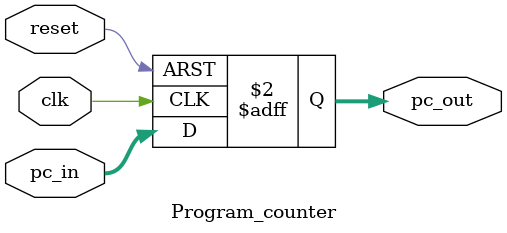
<source format=v>

module Program_counter(clk,reset,pc_in,pc_out);
input clk,reset;
input  [31:0]pc_in;
output reg [31:0]pc_out;
always@(posedge clk or posedge reset)
begin
if(reset)
pc_out<=32'b00;
else
pc_out<=pc_in;
end
endmodule

</source>
